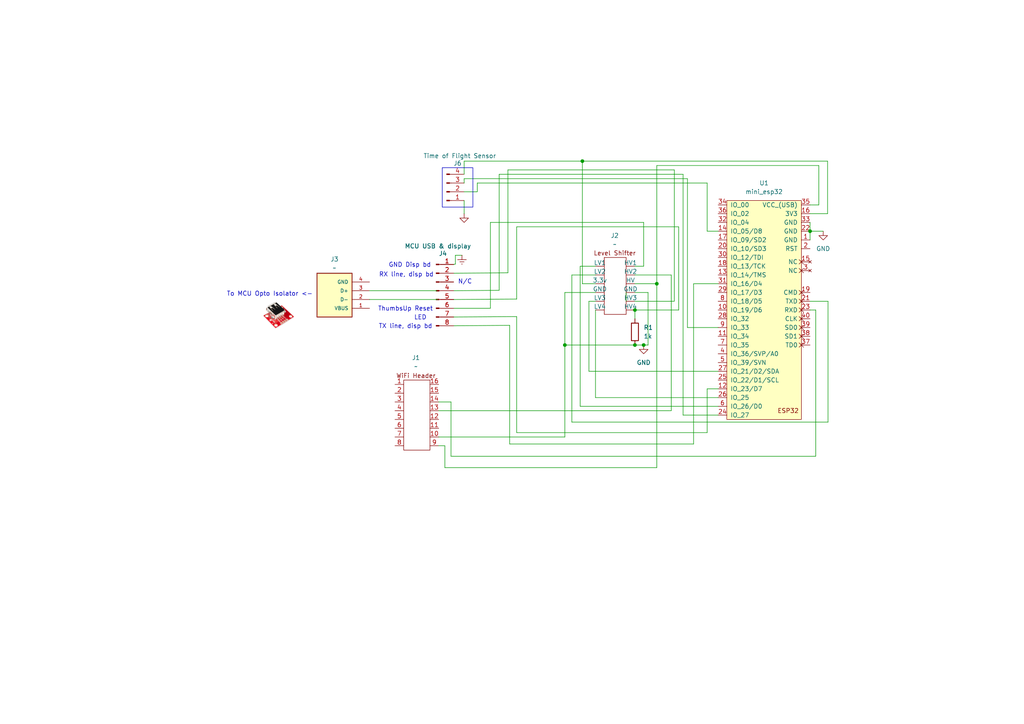
<source format=kicad_sch>
(kicad_sch (version 20231120) (generator "eeschema") (generator_version "8.0")
  (paper "A4")
  (lib_symbols
    (symbol "Connector:Conn_01x04_Pin" (pin_names (offset 1.016) hide)
      (property "Reference" "J" (at 0 5.08 0))
      (property "Value" "Conn_01x04_Pin" (at 0 -7.62 0))
      (symbol "Conn_01x04_Pin_1_1"
        (polyline (pts (xy 1.27 -5.08) (xy 0.8636 -5.08)) (stroke (width 0.1524)))
        (polyline (pts (xy 1.27 -2.54) (xy 0.8636 -2.54)) (stroke (width 0.1524)))
        (polyline (pts (xy 1.27 0) (xy 0.8636 0)) (stroke (width 0.1524)))
        (polyline (pts (xy 1.27 2.54) (xy 0.8636 2.54)) (stroke (width 0.1524)))
        (rectangle (start 0.8636 -4.953) (end 0 -5.207) (stroke (width 0.1524)) (fill (type outline)))
        (rectangle (start 0.8636 -2.413) (end 0 -2.667) (stroke (width 0.1524)) (fill (type outline)))
        (rectangle (start 0.8636 0.127) (end 0 -0.127) (stroke (width 0.1524)) (fill (type outline)))
        (rectangle (start 0.8636 2.667) (end 0 2.413) (stroke (width 0.1524)) (fill (type outline)))
        (pin passive line (at 5.08 2.54 180) (length 3.81) (name "Pin_1") (number "1"))
        (pin passive line (at 5.08 0 180) (length 3.81) (name "Pin_2") (number "2"))
        (pin passive line (at 5.08 -2.54 180) (length 3.81) (name "Pin_3") (number "3"))
        (pin passive line (at 5.08 -5.08 180) (length 3.81) (name "Pin_4") (number "4"))
      )
    )
    (symbol "Connector:Conn_01x08_Pin" (pin_names (offset 1.016) hide)
      (property "Reference" "J" (at 0 10.16 0))
      (property "Value" "Conn_01x08_Pin" (at 0 -12.7 0))
      (symbol "Conn_01x08_Pin_1_1"
        (polyline (pts (xy 1.27 -10.16) (xy 0.8636 -10.16)) (stroke (width 0.1524)))
        (polyline (pts (xy 1.27 -7.62) (xy 0.8636 -7.62)) (stroke (width 0.1524)))
        (polyline (pts (xy 1.27 -5.08) (xy 0.8636 -5.08)) (stroke (width 0.1524)))
        (polyline (pts (xy 1.27 -2.54) (xy 0.8636 -2.54)) (stroke (width 0.1524)))
        (polyline (pts (xy 1.27 0) (xy 0.8636 0)) (stroke (width 0.1524)))
        (polyline (pts (xy 1.27 2.54) (xy 0.8636 2.54)) (stroke (width 0.1524)))
        (polyline (pts (xy 1.27 5.08) (xy 0.8636 5.08)) (stroke (width 0.1524)))
        (polyline (pts (xy 1.27 7.62) (xy 0.8636 7.62)) (stroke (width 0.1524)))
        (rectangle (start 0.8636 -10.033) (end 0 -10.287) (stroke (width 0.1524)) (fill (type outline)))
        (rectangle (start 0.8636 -7.493) (end 0 -7.747) (stroke (width 0.1524)) (fill (type outline)))
        (rectangle (start 0.8636 -4.953) (end 0 -5.207) (stroke (width 0.1524)) (fill (type outline)))
        (rectangle (start 0.8636 -2.413) (end 0 -2.667) (stroke (width 0.1524)) (fill (type outline)))
        (rectangle (start 0.8636 0.127) (end 0 -0.127) (stroke (width 0.1524)) (fill (type outline)))
        (rectangle (start 0.8636 2.667) (end 0 2.413) (stroke (width 0.1524)) (fill (type outline)))
        (rectangle (start 0.8636 5.207) (end 0 4.953) (stroke (width 0.1524)) (fill (type outline)))
        (rectangle (start 0.8636 7.747) (end 0 7.493) (stroke (width 0.1524)) (fill (type outline)))
        (pin passive line (at 5.08 7.62 180) (length 3.81) (name "Pin_1") (number "1"))
        (pin passive line (at 5.08 5.08 180) (length 3.81) (name "Pin_2") (number "2"))
        (pin passive line (at 5.08 2.54 180) (length 3.81) (name "Pin_3") (number "3"))
        (pin passive line (at 5.08 0 180) (length 3.81) (name "Pin_4") (number "4"))
        (pin passive line (at 5.08 -2.54 180) (length 3.81) (name "Pin_5") (number "5"))
        (pin passive line (at 5.08 -5.08 180) (length 3.81) (name "Pin_6") (number "6"))
        (pin passive line (at 5.08 -7.62 180) (length 3.81) (name "Pin_7") (number "7"))
        (pin passive line (at 5.08 -10.16 180) (length 3.81) (name "Pin_8") (number "8"))
      )
    )
    (symbol "Connector:USB-A1HSW6- USB2.0 Receptacle" (pin_names (offset 1.016))
      (property "Reference" "J" (at -5.0818 8.898 0))
      (symbol "USB-A1HSW6- USB2.0 Receptacle_0_0"
        (rectangle (start -5.08 -5.08) (end 5.08 7.62) (stroke (width 0.254)) (fill (type background)))
        (pin power_in line (at -10.16 5.08 0) (length 5.08) (name "VBUS") (number "1"))
        (pin bidirectional line (at -10.16 2.54 0) (length 5.08) (name "D-") (number "2"))
        (pin bidirectional line (at -10.16 0 0) (length 5.08) (name "D+") (number "3"))
        (pin power_in line (at -10.16 -2.54 0) (length 5.08) (name "GND") (number "4"))
      )
    )
    (symbol "Device:R" (pin_numbers hide) (pin_names (offset 0))
      (property "Reference" "R" (at 2.032 0 90))
      (property "Value" "R" (at 0 0 90))
      (symbol "R_0_1"
        (rectangle (start -1.016 -2.54) (end 1.016 2.54) (stroke (width 0.254)))
      )
      (symbol "R_1_1"
        (pin passive line (at 0 3.81 270) (length 1.27) (name "~") (number "1"))
        (pin passive line (at 0 -3.81 90) (length 1.27) (name "~") (number "2"))
      )
    )
    (symbol "Pellet Stove Headeader:Level_Shifter" (pin_numbers hide) (pin_names (offset 0)) (in_bom no)
      (property "Reference" "J" (at -0.508 0.254 0))
      (symbol "Level_Shifter_0_1"
        (rectangle (start 2.54 7.62) (end -3.81 -8.89))
      )
      (symbol "Level_Shifter_1_1"
        (text "Level Shifter" (at -0.762 8.89 0) (effects (font (size 1.27 1.27))))
        (pin input line (at -6.35 5.08 0) (length 2.54) (name "LV1") (number "1"))
        (pin input line (at 5.08 0 180) (length 2.54) (name "HV") (number "10"))
        (pin input line (at 5.08 2.54 180) (length 2.54) (name "HV2") (number "11"))
        (pin input line (at 5.08 5.08 180) (length 2.54) (name "HV1") (number "12"))
        (pin input line (at -6.35 2.54 0) (length 2.54) (name "LV2") (number "2"))
        (pin input line (at -6.35 0 0) (length 2.54) (name "3.3v") (number "3"))
        (pin input line (at -6.35 -2.54 0) (length 2.54) (name "GND") (number "4"))
        (pin input line (at -6.35 -5.08 0) (length 2.54) (name "LV3") (number "5"))
        (pin input line (at -6.35 -7.62 0) (length 2.54) (name "LV4") (number "6"))
        (pin input line (at 5.08 -7.62 180) (length 2.54) (name "HV4") (number "7"))
        (pin input line (at 5.08 -5.08 180) (length 2.54) (name "HV3") (number "8"))
        (pin input line (at 5.08 -2.54 180) (length 2.54) (name "GND") (number "9"))
      )
    )
    (symbol "Pellet Stove Headeader:Pellet_Stove_Header" (pin_names hide)
      (property "Reference" "J" (at 0.762 0.508 0))
      (symbol "Pellet_Stove_Header_0_1"
        (polyline (pts (xy -2.54 10.16) (xy 5.08 10.16) (xy 5.08 -10.16) (xy -2.54 -10.16) (xy -2.54 10.16)))
      )
      (symbol "Pellet_Stove_Header_1_1"
        (text "WiFi Header" (at 1.016 11.43 0) (effects (font (size 1.27 1.27))))
        (pin input line (at -5.08 8.89 0) (length 2.54) (name "1") (number "1"))
        (pin input line (at 7.62 -6.35 180) (length 2.54) (name "10") (number "10"))
        (pin input line (at 7.62 -3.81 180) (length 2.54) (name "11") (number "11"))
        (pin input line (at 7.62 -1.27 180) (length 2.54) (name "12") (number "12"))
        (pin input line (at 7.62 1.27 180) (length 2.54) (name "13") (number "13"))
        (pin input line (at 7.62 3.81 180) (length 2.54) (name "14") (number "14"))
        (pin input line (at 7.62 6.35 180) (length 2.54) (name "15") (number "15"))
        (pin input line (at 7.62 8.89 180) (length 2.54) (name "16") (number "16"))
        (pin input line (at -5.08 6.35 0) (length 2.54) (name "2") (number "2"))
        (pin input line (at -5.08 3.81 0) (length 2.54) (name "3") (number "3"))
        (pin input line (at -5.08 1.27 0) (length 2.54) (name "4") (number "4"))
        (pin input line (at -5.08 -1.27 0) (length 2.54) (name "5") (number "5"))
        (pin input line (at -5.08 -3.81 0) (length 2.54) (name "6") (number "6"))
        (pin input line (at -5.08 -6.35 0) (length 2.54) (name "7") (number "7"))
        (pin input line (at -5.08 -8.89 0) (length 2.54) (name "8") (number "8"))
        (pin input line (at 7.62 -8.89 180) (length 2.54) (name "9") (number "9"))
      )
    )
    (symbol "RF_Module:mini_esp32" (pin_names (offset 1.016))
      (property "Reference" "U" (at -7.62 -50.8 0))
      (property "Value" "mini_esp32" (at 5.08 -59.69 0))
      (symbol "mini_esp32_0_0"
        (text "ESP32" (at 7.62 -62.23 0) (effects (font (size 1.27 1.27))))
        (pin power_in line (at 13.97 -12.7 180) (length 2.54) (name "GND") (number "1"))
        (pin input line (at 13.97 -15.24 180) (length 2.54) (name "RST") (number "2"))
        (pin no_connect non_logic (at 13.97 -21.59 180) (length 2.54) (name "NC") (number "3"))
        (pin bidirectional line (at -12.7 -45.72 0) (length 2.54) (name "IO_36/SVP/A0") (number "4"))
        (pin bidirectional line (at -12.7 -48.26 0) (length 2.54) (name "IO_39/SVN") (number "5"))
      )
      (symbol "mini_esp32_0_1"
        (rectangle (start -10.16 -1.27) (end 11.43 -64.77) (fill (type background)))
      )
      (symbol "mini_esp32_1_1"
        (pin bidirectional line (at -12.7 -33.02 0) (length 2.54) (name "IO_19/D6") (number "10"))
        (pin bidirectional line (at -12.7 -40.64 0) (length 2.54) (name "IO_34") (number "11"))
        (pin bidirectional line (at -12.7 -55.88 0) (length 2.54) (name "IO_23/D7") (number "12"))
        (pin bidirectional line (at -12.7 -22.86 0) (length 2.54) (name "IO_14/TMS") (number "13"))
        (pin bidirectional line (at -12.7 -10.16 0) (length 2.54) (name "IO_05/D8") (number "14"))
        (pin no_connect non_logic (at 13.97 -19.05 180) (length 2.54) (name "NC") (number "15"))
        (pin power_in line (at 13.97 -5.08 180) (length 2.54) (name "3V3") (number "16"))
        (pin bidirectional line (at -12.7 -12.7 0) (length 2.54) (name "IO_09/SD2") (number "17"))
        (pin bidirectional line (at -12.7 -20.32 0) (length 2.54) (name "IO_13/TCK") (number "18"))
        (pin passive non_logic (at 13.97 -27.94 180) (length 2.54) (name "CMD") (number "19"))
        (pin bidirectional line (at -12.7 -15.24 0) (length 2.54) (name "IO_10/SD3") (number "20"))
        (pin passive non_logic (at 13.97 -30.48 180) (length 2.54) (name "TXD") (number "21"))
        (pin power_in line (at 13.97 -10.16 180) (length 2.54) (name "GND") (number "22"))
        (pin passive non_logic (at 13.97 -33.02 180) (length 2.54) (name "RXD") (number "23"))
        (pin bidirectional line (at -12.7 -63.5 0) (length 2.54) (name "IO_27") (number "24"))
        (pin bidirectional line (at -12.7 -53.34 0) (length 2.54) (name "IO_22/D1/SCL") (number "25"))
        (pin bidirectional line (at -12.7 -58.42 0) (length 2.54) (name "IO_25") (number "26"))
        (pin bidirectional line (at -12.7 -50.8 0) (length 2.54) (name "IO_21/D2/SDA") (number "27"))
        (pin bidirectional line (at -12.7 -35.56 0) (length 2.54) (name "IO_32") (number "28"))
        (pin bidirectional line (at -12.7 -27.94 0) (length 2.54) (name "IO_17/D3") (number "29"))
        (pin bidirectional line (at -12.7 -17.78 0) (length 2.54) (name "IO_12/TDI") (number "30"))
        (pin bidirectional line (at -12.7 -25.4 0) (length 2.54) (name "IO_16/D4") (number "31"))
        (pin bidirectional line (at -12.7 -7.62 0) (length 2.54) (name "IO_04") (number "32"))
        (pin power_in line (at 13.97 -7.62 180) (length 2.54) (name "GND") (number "33"))
        (pin bidirectional line (at -12.7 -2.54 0) (length 2.54) (name "IO_00") (number "34"))
        (pin power_in line (at 13.97 -2.54 180) (length 2.54) (name "VCC_(USB)") (number "35"))
        (pin bidirectional line (at -12.7 -5.08 0) (length 2.54) (name "IO_02") (number "36"))
        (pin passive non_logic (at 13.97 -43.18 180) (length 2.54) (name "TD0") (number "37"))
        (pin passive non_logic (at 13.97 -40.64 180) (length 2.54) (name "SD1") (number "38"))
        (pin passive non_logic (at 13.97 -38.1 180) (length 2.54) (name "SD0") (number "39"))
        (pin passive non_logic (at 13.97 -35.56 180) (length 2.54) (name "CLK") (number "40"))
        (pin bidirectional line (at -12.7 -60.96 0) (length 2.54) (name "IO_26/D0") (number "6"))
        (pin bidirectional line (at -12.7 -43.18 0) (length 2.54) (name "IO_35") (number "7"))
        (pin bidirectional line (at -12.7 -30.48 0) (length 2.54) (name "IO_18/D5") (number "8"))
        (pin bidirectional line (at -12.7 -38.1 0) (length 2.54) (name "IO_33") (number "9"))
      )
    )
    (symbol "power:Earth" (power) (pin_numbers hide) (pin_names (offset 0) hide)
      (property "Value" "Earth" (at 0 -3.81 0))
      (symbol "Earth_0_1"
        (polyline (pts (xy -0.635 -1.905) (xy 0.635 -1.905)))
        (polyline (pts (xy -0.127 -2.54) (xy 0.127 -2.54)))
        (polyline (pts (xy 0 -1.27) (xy 0 0)))
        (polyline (pts (xy 1.27 -1.27) (xy -1.27 -1.27)))
      )
      (symbol "Earth_1_1"
        (pin power_in line (at 0 0 270) (length 0) (name "~") (number "1"))
      )
    )
    (symbol "power:GND" (power) (pin_numbers hide) (pin_names (offset 0) hide)
      (property "Value" "GND" (at 0 -3.81 0))
      (symbol "GND_0_1"
        (polyline (pts (xy 0 0) (xy 0 -1.27) (xy 1.27 -1.27) (xy 0 -2.54) (xy -1.27 -1.27) (xy 0 -1.27)))
      )
      (symbol "GND_1_1"
        (pin power_in line (at 0 0 270) (length 0) (name "~") (number "1"))
      )
    )
  )
  (junction (at 184.15 89.916))
  (junction (at 184.15 100.076))
  (junction (at 190.5 82.296))
  (junction (at 168.91 46.736))
  (junction (at 234.95 67.056))
  (junction (at 163.83 100.076))
  (junction (at 186.69 100.076))
  (wire (pts (xy 234.95 64.516) (xy 234.95 67.056)))
  (wire (pts (xy 138.43 53.086) (xy 205.105 53.086)))
  (wire (pts (xy 199.39 94.996) (xy 208.28 94.996)))
  (wire (pts (xy 201.168 128.778) (xy 201.168 82.296)))
  (wire (pts (xy 127 86.868) (xy 107.188 86.868)))
  (wire (pts (xy 240.03 61.976) (xy 234.95 61.976)))
  (wire (pts (xy 129.032 129.286) (xy 129.032 135.636)))
  (wire (pts (xy 107.188 84.328) (xy 126.746 84.328)))
  (wire (pts (xy 186.69 64.516) (xy 186.69 77.216)))
  (wire (pts (xy 184.15 84.836) (xy 187.96 84.836)))
  (wire (pts (xy 127.254 116.586) (xy 130.81 116.586)))
  (wire (pts (xy 138.43 53.086) (xy 138.43 55.626)))
  (wire (pts (xy 205.105 67.056) (xy 208.28 67.056)))
  (wire (pts (xy 234.95 89.916) (xy 236.601 89.916)))
  (wire (pts (xy 134.62 58.166) (xy 134.62 61.976)))
  (wire (pts (xy 127.254 129.286) (xy 129.032 129.286)))
  (wire (pts (xy 127.254 126.746) (xy 163.83 126.746)))
  (wire (pts (xy 186.69 77.216) (xy 184.15 77.216)))
  (wire (pts (xy 184.15 89.916) (xy 184.15 92.456)))
  (wire (pts (xy 131.572 89.408) (xy 142.24 89.408)))
  (wire (pts (xy 149.86 65.786) (xy 196.85 65.786)))
  (wire (pts (xy 163.83 84.836) (xy 163.83 100.076)))
  (wire (pts (xy 198.12 120.396) (xy 208.28 120.396)))
  (wire (pts (xy 163.83 100.076) (xy 163.83 126.746)))
  (wire (pts (xy 184.15 89.916) (xy 196.85 89.916)))
  (wire (pts (xy 234.95 67.056) (xy 238.76 67.056)))
  (wire (pts (xy 205.105 112.776) (xy 208.28 112.776)))
  (wire (pts (xy 168.275 117.856) (xy 208.28 117.856)))
  (wire (pts (xy 127.254 119.126) (xy 194.691 119.126)))
  (wire (pts (xy 196.85 65.786) (xy 196.85 89.916)))
  (wire (pts (xy 190.5 48.006) (xy 190.5 82.296)))
  (wire (pts (xy 142.24 64.516) (xy 142.24 89.408)))
  (wire (pts (xy 198.12 50.546) (xy 198.12 120.396)))
  (wire (pts (xy 172.72 89.916) (xy 172.72 115.316)))
  (wire (pts (xy 163.83 100.076) (xy 184.15 100.076)))
  (wire (pts (xy 172.72 77.216) (xy 168.275 77.216)))
  (wire (pts (xy 237.49 48.006) (xy 237.49 59.436)))
  (wire (pts (xy 184.15 79.756) (xy 194.691 79.756)))
  (wire (pts (xy 186.69 100.076) (xy 187.96 100.076)))
  (wire (pts (xy 134.62 51.816) (xy 134.62 53.086)))
  (wire (pts (xy 187.96 84.836) (xy 187.96 100.076)))
  (wire (pts (xy 142.24 64.516) (xy 186.69 64.516)))
  (wire (pts (xy 168.91 46.736) (xy 240.03 46.736)))
  (wire (pts (xy 144.78 50.546) (xy 144.78 84.201)))
  (wire (pts (xy 134.62 46.736) (xy 168.91 46.736)))
  (wire (pts (xy 147.828 94.361) (xy 131.572 94.488)))
  (wire (pts (xy 190.5 135.636) (xy 190.5 82.296)))
  (wire (pts (xy 199.39 51.816) (xy 199.39 94.996)))
  (wire (pts (xy 170.815 87.376) (xy 170.815 107.696)))
  (wire (pts (xy 170.815 107.696) (xy 208.28 107.696)))
  (wire (pts (xy 130.81 116.586) (xy 130.81 132.334)))
  (wire (pts (xy 234.95 87.376) (xy 240.157 87.376)))
  (wire (pts (xy 138.43 55.626) (xy 134.62 55.626)))
  (wire (pts (xy 131.572 86.868) (xy 149.86 86.741)))
  (wire (pts (xy 170.815 87.376) (xy 172.72 87.376)))
  (wire (pts (xy 237.49 59.436) (xy 234.95 59.436)))
  (wire (pts (xy 236.601 89.916) (xy 236.601 132.334)))
  (wire (pts (xy 165.862 122.428) (xy 240.157 122.428)))
  (wire (pts (xy 132.08 74.041) (xy 133.985 74.041)))
  (wire (pts (xy 147.32 79.121) (xy 147.32 49.276)))
  (wire (pts (xy 181.61 84.836) (xy 181.61 87.376)))
  (wire (pts (xy 195.58 49.276) (xy 195.58 87.376)))
  (wire (pts (xy 168.275 77.216) (xy 168.275 117.856)))
  (wire (pts (xy 147.828 128.778) (xy 201.168 128.778)))
  (wire (pts (xy 147.32 49.276) (xy 195.58 49.276)))
  (wire (pts (xy 205.105 53.086) (xy 205.105 67.056)))
  (wire (pts (xy 165.862 79.756) (xy 165.862 122.428)))
  (wire (pts (xy 149.86 125.476) (xy 205.105 125.476)))
  (wire (pts (xy 134.62 51.816) (xy 199.39 51.816)))
  (wire (pts (xy 190.5 48.006) (xy 237.49 48.006)))
  (wire (pts (xy 240.157 87.376) (xy 240.157 122.428)))
  (wire (pts (xy 149.86 65.786) (xy 149.86 86.741)))
  (wire (pts (xy 184.15 100.076) (xy 186.69 100.076)))
  (wire (pts (xy 172.72 115.316) (xy 208.28 115.316)))
  (wire (pts (xy 205.105 125.476) (xy 205.105 112.776)))
  (wire (pts (xy 131.572 84.328) (xy 144.78 84.201)))
  (wire (pts (xy 240.03 46.736) (xy 240.03 61.976)))
  (wire (pts (xy 131.572 76.708) (xy 132.08 76.581)))
  (wire (pts (xy 149.86 91.821) (xy 149.86 125.476)))
  (wire (pts (xy 131.572 79.248) (xy 147.32 79.121)))
  (wire (pts (xy 236.601 132.334) (xy 130.81 132.334)))
  (wire (pts (xy 163.83 84.836) (xy 172.72 84.836)))
  (wire (pts (xy 195.58 87.376) (xy 184.15 87.376)))
  (wire (pts (xy 147.828 94.361) (xy 147.828 128.778)))
  (wire (pts (xy 144.78 50.546) (xy 198.12 50.546)))
  (wire (pts (xy 201.168 82.296) (xy 208.28 82.296)))
  (wire (pts (xy 172.72 82.296) (xy 168.91 82.296)))
  (wire (pts (xy 234.95 67.056) (xy 234.95 69.596)))
  (wire (pts (xy 131.572 91.948) (xy 149.86 91.821)))
  (wire (pts (xy 184.15 82.296) (xy 190.5 82.296)))
  (wire (pts (xy 129.032 135.636) (xy 190.5 135.636)))
  (wire (pts (xy 172.72 79.756) (xy 165.862 79.756)))
  (wire (pts (xy 132.08 76.581) (xy 132.08 74.041)))
  (wire (pts (xy 194.691 79.756) (xy 194.691 119.126)))
  (wire (pts (xy 168.91 46.736) (xy 168.91 82.296)))
  (wire (pts (xy 134.62 50.546) (xy 134.62 46.736)))
  (rectangle (start 128.27 48.641) (end 137.16 60.071))
  (image (at 80.772 91.44) (scale 0.194752))
  (text "ThumbsUp Reset" (at 117.602 89.662 0) (effects (font (size 1.27 1.27))))
  (text "LED" (at 121.92 92.202 0) (effects (font (size 1.27 1.27))))
  (text "GND Disp bd" (at 118.872 76.962 0) (effects (font (size 1.27 1.27))))
  (text "TX line, disp bd" (at 117.602 94.742 0) (effects (font (size 1.27 1.27))))
  (text "N/C" (at 134.874 81.788 0) (effects (font (size 1.27 1.27))))
  (text "To MCU Opto Isolator <-" (at 78.232 85.344 0) (effects (font (size 1.27 1.27))))
  (text "RX line, disp bd" (at 117.856 79.756 0) (effects (font (size 1.27 1.27))))
  (symbol (lib_id "Pellet Stove Headeader:Level_Shifter") (at 179.07 82.296 0) (unit 1) (in_bom no)
    (property "Reference" "J2" (at 178.308 68.326 0))
    (property "Value" "~" (at 178.308 70.866 0))
    (property "Footprint" "Logic Level Converter:Logic Level Converter" (effects (hide yes)))
  )
  (symbol (lib_id "power:GND") (at 238.76 67.056 0) (unit 1)
    (property "Reference" "#PWR01" (effects (hide yes)))
    (property "Value" "GND" (at 238.76 72.136 0))
    (property "Description" "Power symbol creates a global label with name \"GND\" , ground" (effects (hide yes)))
  )
  (symbol (lib_id "Device:R") (at 184.15 96.266 0) (unit 1)
    (property "Reference" "R1" (at 186.69 94.9959 0) (effects (justify left)))
    (property "Value" "1k" (at 186.69 97.5359 0) (effects (justify left)))
    (property "Footprint" "Resistor_THT:R_Axial_DIN0204_L3.6mm_D1.6mm_P5.08mm_Horizontal" (effects (hide yes)))
    (property "Description" "Resistor" (effects (hide yes)))
  )
  (symbol (lib_id "Connector:USB-A1HSW6- USB2.0 Receptacle") (at 97.028 84.328 180) (unit 1) (exclude_from_sim yes) (in_bom no) (on_board no)
    (property "Reference" "J3" (at 97.028 75.184 0))
    (property "Value" "~" (at 97.028 77.724 0))
    (property "Footprint" "Connector_USB:USB-A1HSW6" (effects (hide yes)))
    (property "Description_1" "\n                        \n                            USB-A (USB TYPE-A) - Receptacle Connector 4 Position Through Hole, Right Angle\n                        \n" (effects (hide yes)))
  )
  (symbol (lib_id "power:GND") (at 186.69 100.076 0) (unit 1)
    (property "Reference" "#PWR01" (effects (hide yes)))
    (property "Value" "GND" (at 186.69 105.156 0))
    (property "Description" "Power symbol creates a global label with name \"GND\" , ground" (effects (hide yes)))
  )
  (symbol (lib_id "power:Earth") (at 133.985 74.041 0) (unit 1)
    (property "Reference" "#PWR01" (effects (hide yes)))
    (property "Value" "GND" (effects (hide yes)))
    (property "Description" "Power symbol creates a global label with name \"Earth\"" (effects (hide yes)))
  )
  (symbol (lib_id "Connector:Conn_01x08_Pin") (at 126.492 84.328 0) (unit 1)
    (property "Reference" "J4" (at 129.667 73.533 0) (effects (justify right)))
    (property "Value" "MCU USB & display" (at 136.652 71.374 0) (effects (justify right)))
    (property "Footprint" "Connector_JST:JST_XH_S8B-XH-A_1x08_P2.50mm_Horizontal" (effects (hide yes)))
    (property "Description" "Generic connector, single row, 01x08, script generated" (effects (hide yes)))
  )
  (symbol (lib_id "Pellet Stove Headeader:Pellet_Stove_Header") (at 119.634 120.396 0) (unit 1)
    (property "Reference" "J1" (at 120.65 103.759 0))
    (property "Value" "~" (at 120.65 106.299 0))
    (property "Footprint" "Connector_PinHeader_2.54mm:Pellet Stove Header pins" (effects (hide yes)))
  )
  (symbol (lib_id "power:GND") (at 134.62 61.976 0) (unit 1)
    (property "Reference" "#PWR01" (effects (hide yes)))
    (property "Value" "GND" (effects (hide yes)))
    (property "Description" "Power symbol creates a global label with name \"GND\" , ground" (effects (hide yes)))
  )
  (symbol (lib_id "RF_Module:mini_esp32") (at 220.98 56.896 0) (unit 1)
    (property "Reference" "U1" (at 221.615 53.086 0))
    (property "Value" "mini_esp32" (at 221.615 55.626 0))
    (property "Footprint" "ESP32_mini:ESP32_mini" (effects (hide yes)))
  )
  (symbol (lib_id "Connector:Conn_01x04_Pin") (at 129.54 55.626 0) (mirror x) (unit 1)
    (property "Reference" "J6" (at 132.715 47.371 0))
    (property "Value" "Time of Flight Sensor" (at 133.35 45.212 0))
    (property "Footprint" "Connector_JST:JST_EH_B4B-EH-A_1x04_P2.50mm_Vertical" (effects (hide yes)))
    (property "Description" "Generic connector, single row, 01x04, script generated" (effects (hide yes)))
  )
)
</source>
